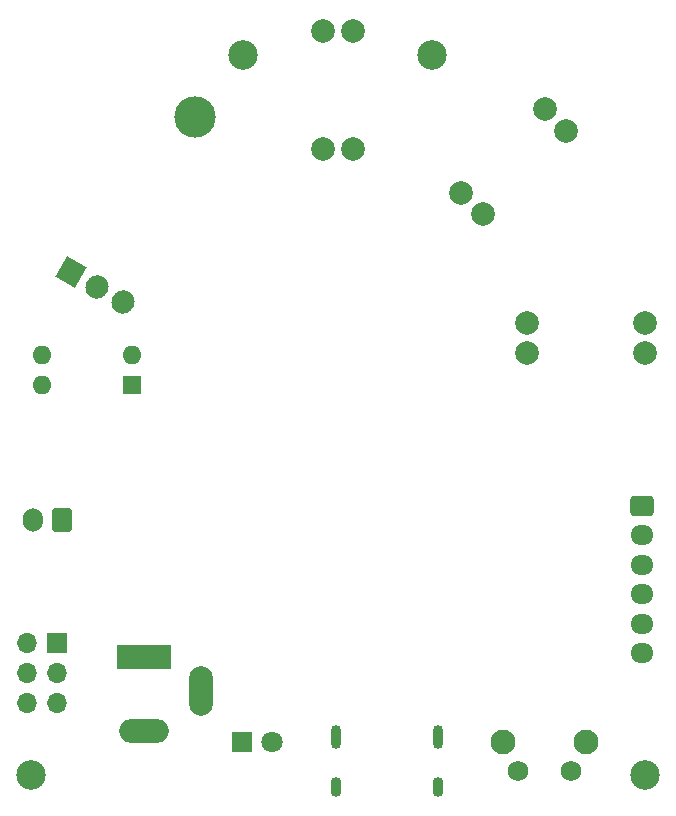
<source format=gbs>
G04 #@! TF.GenerationSoftware,KiCad,Pcbnew,7.0.8*
G04 #@! TF.CreationDate,2024-02-21T14:15:02-03:00*
G04 #@! TF.ProjectId,Lidar PCB,4c696461-7220-4504-9342-2e6b69636164,1.0*
G04 #@! TF.SameCoordinates,Original*
G04 #@! TF.FileFunction,Soldermask,Bot*
G04 #@! TF.FilePolarity,Negative*
%FSLAX46Y46*%
G04 Gerber Fmt 4.6, Leading zero omitted, Abs format (unit mm)*
G04 Created by KiCad (PCBNEW 7.0.8) date 2024-02-21 14:15:02*
%MOMM*%
%LPD*%
G01*
G04 APERTURE LIST*
G04 Aperture macros list*
%AMRoundRect*
0 Rectangle with rounded corners*
0 $1 Rounding radius*
0 $2 $3 $4 $5 $6 $7 $8 $9 X,Y pos of 4 corners*
0 Add a 4 corners polygon primitive as box body*
4,1,4,$2,$3,$4,$5,$6,$7,$8,$9,$2,$3,0*
0 Add four circle primitives for the rounded corners*
1,1,$1+$1,$2,$3*
1,1,$1+$1,$4,$5*
1,1,$1+$1,$6,$7*
1,1,$1+$1,$8,$9*
0 Add four rect primitives between the rounded corners*
20,1,$1+$1,$2,$3,$4,$5,0*
20,1,$1+$1,$4,$5,$6,$7,0*
20,1,$1+$1,$6,$7,$8,$9,0*
20,1,$1+$1,$8,$9,$2,$3,0*%
%AMHorizOval*
0 Thick line with rounded ends*
0 $1 width*
0 $2 $3 position (X,Y) of the first rounded end (center of the circle)*
0 $4 $5 position (X,Y) of the second rounded end (center of the circle)*
0 Add line between two ends*
20,1,$1,$2,$3,$4,$5,0*
0 Add two circle primitives to create the rounded ends*
1,1,$1,$2,$3*
1,1,$1,$4,$5*%
%AMRotRect*
0 Rectangle, with rotation*
0 The origin of the aperture is its center*
0 $1 length*
0 $2 width*
0 $3 Rotation angle, in degrees counterclockwise*
0 Add horizontal line*
21,1,$1,$2,0,0,$3*%
G04 Aperture macros list end*
%ADD10C,2.000000*%
%ADD11R,1.700000X1.700000*%
%ADD12O,1.700000X1.700000*%
%ADD13C,2.500000*%
%ADD14C,2.100000*%
%ADD15C,1.750000*%
%ADD16RoundRect,0.250000X-0.725000X0.600000X-0.725000X-0.600000X0.725000X-0.600000X0.725000X0.600000X0*%
%ADD17O,1.950000X1.700000*%
%ADD18R,4.600000X2.000000*%
%ADD19O,4.200000X2.000000*%
%ADD20O,2.000000X4.200000*%
%ADD21R,1.800000X1.800000*%
%ADD22C,1.800000*%
%ADD23R,1.600000X1.600000*%
%ADD24O,1.600000X1.600000*%
%ADD25RoundRect,0.250000X0.600000X0.750000X-0.600000X0.750000X-0.600000X-0.750000X0.600000X-0.750000X0*%
%ADD26O,1.700000X2.000000*%
%ADD27HorizOval,3.500000X0.000000X0.000000X0.000000X0.000000X0*%
%ADD28RotRect,1.905000X2.000000X330.000000*%
%ADD29HorizOval,1.905000X-0.023750X-0.041136X0.023750X0.041136X0*%
%ADD30O,0.900000X2.000000*%
%ADD31O,0.900000X1.700000*%
G04 APERTURE END LIST*
D10*
X163000000Y-88730000D03*
X163000000Y-91270000D03*
X173000000Y-88730000D03*
X173000000Y-91270000D03*
D11*
X123210000Y-115824000D03*
D12*
X120670000Y-115824000D03*
X123210000Y-118364000D03*
X120670000Y-118364000D03*
X123210000Y-120904000D03*
X120670000Y-120904000D03*
D13*
X155000000Y-66000000D03*
D14*
X167986800Y-124162500D03*
X160976800Y-124162500D03*
D15*
X166736800Y-126652500D03*
X162236800Y-126652500D03*
D16*
X172720000Y-104180000D03*
D17*
X172720000Y-106680000D03*
X172720000Y-109180000D03*
X172720000Y-111680000D03*
X172720000Y-114180000D03*
X172720000Y-116680000D03*
D18*
X130568000Y-116990000D03*
D19*
X130568000Y-123290000D03*
D20*
X135368000Y-119890000D03*
D13*
X121000000Y-127000000D03*
D21*
X138870000Y-124175000D03*
D22*
X141410000Y-124175000D03*
D13*
X139000000Y-66000000D03*
D10*
X145730000Y-74000000D03*
X148270000Y-74000000D03*
X145730000Y-64000000D03*
X148270000Y-64000000D03*
D23*
X129530000Y-93985000D03*
D24*
X129530000Y-91445000D03*
X121910000Y-91445000D03*
X121910000Y-93985000D03*
D25*
X123658000Y-105410000D03*
D26*
X121158000Y-105410000D03*
D10*
X157453948Y-77703948D03*
X159250000Y-79500000D03*
X164525016Y-70632880D03*
X166321068Y-72428932D03*
D13*
X173000000Y-127000000D03*
D27*
X134906001Y-71289432D03*
D28*
X124376296Y-84447415D03*
D29*
X126576001Y-85717415D03*
X128775705Y-86987415D03*
D30*
X146810000Y-123800000D03*
D31*
X146810000Y-127970000D03*
D30*
X155450000Y-123800000D03*
D31*
X155450000Y-127970000D03*
M02*

</source>
